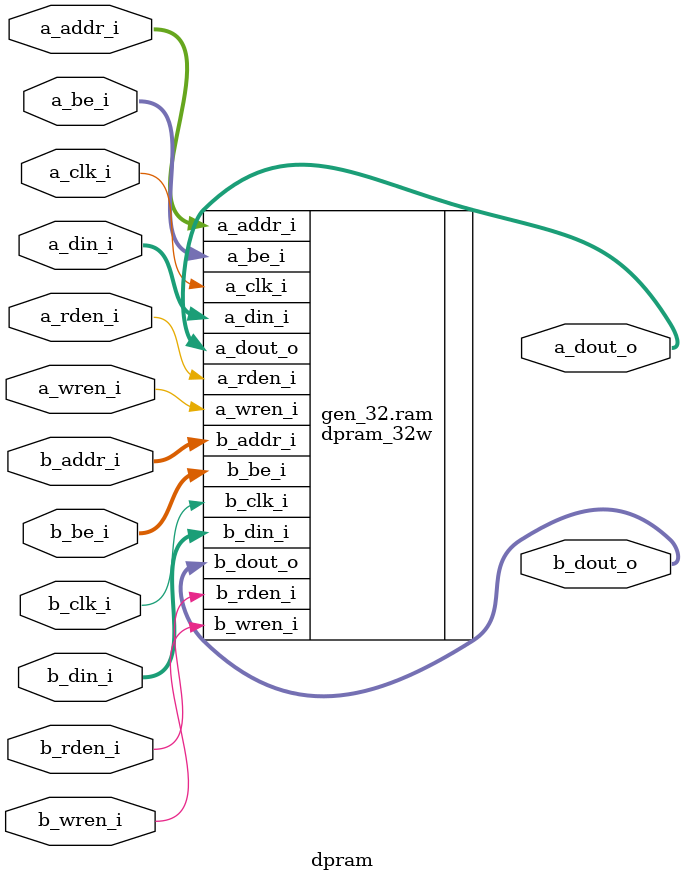
<source format=sv>
/*!
********************************************************************************
\file       dpram.sv
\brief      Dual-Port RAM (simulation model + vendor-backed instantiation)

\author     Kawanami
\date       16/10/2025
\version    1.1

\details
  Educational dual-port RAM with two operating modes:

  - Simulation: a simple behavioral true dual-port RAM is used to mimic
    a real dual-port memory. The full memory array is exposed at the top
    SystemVerilog level (`mem_o`) for direct access from C++ testbenches
    (DPI / Verilator). This model favors clarity and simulation speed over strict
    hardware semantics and may exhibit multi-driver behavior in corner cases,
    so it is not suitable for synthesis.

  - Synthesis (MPFS Discovery Kit): this module instantiates either
    `dpram_64w.sv` or `dpram_32w.sv` to build a dual-port RAM from Microchip IPs,
    depending on `DataWidth`.

\section dpram_scope Scope and limitations
  - No collision handling is enforced between ports in the simulation variant; the
    vendor-backed variant should be used for implementation on FPGA.
  - Read and write latency is one cycle.
  - Byte-enable writes are supported on both ports.

\remarks
  - TODO: Improve the simulation variant to optionally instantiate a Microchip-like
          dual-port RAM wrapper (currently removed to speed up simulation).

\section dpram_version_history Version history
| Version | Date       | Author     | Description                               |
|:-------:|:----------:|:-----------|:------------------------------------------|
| 1.0     | 02/06/2025 | Kawanami   | Initial version of the module.            |
| 1.1     | 16/10/2025 | Kawanami   | Add RV64 support.<br>Update the whole file for coding style compliance.<br>Update the whole file comments for doxygen support. |
********************************************************************************
*/

module dpram #(
    /// Number of bits in a byte
    parameter int unsigned ByteLength = 8,
    /// Data bus width in bits (applies to core and AXI)
    parameter int unsigned DataWidth  = 32,
    /* verilator lint_off UNUSEDPARAM */
    /// Byte-Enable width
    parameter int unsigned BeWidth    = DataWidth / ByteLength,
    /* verilator lint_on UNUSEDPARAM */
    /// Number of `DataWidth` word storable in the RAM.
    parameter int unsigned Depth      = 1280,
    /// Address bus width in bits (applies to core and AXI)
    parameter int unsigned AddrWidth  = $clog2(Depth)

) (
`ifdef SIM
    /// (Simulation only) Exposes the RAM contents for testbenches
    output logic [      DataWidth-1:0] mem_o   [Depth],
`endif
    /// Port A clock
    input  logic                       a_clk_i,
    /// Port A address (word address in the 64-bit logical space)
    input  logic [AddrWidth   - 1 : 0] a_addr_i,
    /// Port A write data (64-bit)
    input  logic [DataWidth   - 1 : 0] a_din_i,
    /// Port A byte-enable (one bit per byte; 8 bits for 64-bit data)
    input  logic [DataWidth/8 - 1 : 0] a_be_i,
    /// Port A write enable (1 = write)
    input  logic                       a_wren_i,
    /// Port A read enable  (1 = read)
    input  logic                       a_rden_i,
    /// Port A read data (registered, 1-cycle latency)
    output logic [DataWidth   - 1 : 0] a_dout_o,
    /// Port B clock
    input  logic                       b_clk_i,
    /// Port B address (word address in the 64-bit logical space)
    input  logic [AddrWidth   - 1 : 0] b_addr_i,
    /// Port B write data (64-bit)
    input  logic [DataWidth   - 1 : 0] b_din_i,
    /// Port B byte-enable (one bit per byte; 8 bits for 64-bit data)
    input  logic [DataWidth/8 - 1 : 0] b_be_i,
    /// Port B write enable (1 = write)
    input  logic                       b_wren_i,
    /// Port B read enable  (1 = read)
    input  logic                       b_rden_i,
    /// Port B read data (registered, 1-cycle latency)
    output logic [DataWidth   - 1 : 0] b_dout_o
);

`ifdef SIM

  /******************** DECLARATION ********************/
  /* parameters verification */

  /* local parameters */

  /* machine states */

  /* functions */

  /* wires */

  /* registers */
  /// Registered read address for port A (held when `a_rden_i`=`0`)
  reg   [AddrWidth -1:0] a_addr_i_q;
  /// Registered read address for port B (held when `b_rden_i`=`0`)
  reg   [AddrWidth -1:0] b_addr_i_q;
  /* verilator lint_off MULTIDRIVEN */
  /// memory array
  logic [ DataWidth-1:0] mem        [Depth];
  /* verilator lint_on MULTIDRIVEN */

  /********************             ********************/

  /// Port A memory access logic.
  /*!
  * - Writes: per-byte using `a_be_i`; active when `a_wren_i`=`1`.
  * - Reads : capture address when `a_rden_i`=`1`; output is `mem[a_addr_i_q]`.
  */
  always_ff @(posedge a_clk_i) begin : port_a_ctrl
    if (a_wren_i) begin
      for (int i = 0; i < BeWidth; i++) begin
        if (a_be_i[i]) mem[a_addr_i][i*ByteLength+:ByteLength] <= a_din_i[i*ByteLength+:ByteLength];
      end
    end
    else if (a_rden_i) begin
      a_addr_i_q <= a_addr_i;
    end
  end

  /// Output driven by port_a_ctrl
  assign a_dout_o = mem[a_addr_i_q];



  /// Port B memory access logic.
  /*!
  * - Writes: per-byte using `b_be_i`; active when `b_wren_i`=`1`.
  * - Reads : capture address when `b_rden_i`=`1`; output is `mem[b_addr_i_q]`.
  */
  always_ff @(posedge b_clk_i) begin : port_b_ctrl
    if (b_wren_i) begin
      for (int i = 0; i < BeWidth; i++) begin
        if (b_be_i[i]) mem[b_addr_i][i*ByteLength+:ByteLength] <= b_din_i[i*ByteLength+:ByteLength];
      end
    end
    else if (b_rden_i) begin
      b_addr_i_q <= b_addr_i;
    end
  end

  /// Output driven by port_a_ctrl
  assign b_dout_o = mem[b_addr_i_q];


  /// memory exposure for simulation (DPI/Verilator access).
  assign mem_o    = mem;


`else

  /// MPFS DISCOVERY KIT memory generation
  /*!
  * This block generates either a 32-bit or a 64-bit Depth
  * memory depending on `DataWidth`.
  * To generate the a 32-bit memory, the `dpram_32w` module
  * is instanciated.
  * To generate the a 64-bit memory, the `dpram_64w` module
  * is instanciated.
  */
  generate
    if (DataWidth == 32) begin : gen_32
      dpram_32w #(
          .Depth(Depth)
      ) ram (
`ifdef SIM
          .mem_o   (mem_o),
`endif
          .a_clk_i (a_clk_i),
          .a_addr_i(a_addr_i),
          .a_din_i (a_din_i),
          .a_be_i  (a_be_i),
          .a_wren_i(a_wren_i),
          .a_rden_i(a_rden_i),
          .a_dout_o(a_dout_o),
          .b_clk_i (b_clk_i),
          .b_addr_i(b_addr_i),
          .b_din_i (b_din_i),
          .b_be_i  (b_be_i),
          .b_wren_i(b_wren_i),
          .b_rden_i(b_rden_i),
          .b_dout_o(b_dout_o)
      );
    end
    else begin : gen_64
      dpram_64w #(
          .Depth(Depth)
      ) ram (
`ifdef SIM
          .mem_o   (mem_o),
`endif
          .a_clk_i (a_clk_i),
          .a_addr_i(a_addr_i),
          .a_din_i (a_din_i),
          .a_be_i  (a_be_i),
          .a_wren_i(a_wren_i),
          .a_rden_i(a_rden_i),
          .a_dout_o(a_dout_o),
          .b_clk_i (b_clk_i),
          .b_addr_i(b_addr_i),
          .b_din_i (b_din_i),
          .b_be_i  (b_be_i),
          .b_wren_i(b_wren_i),
          .b_rden_i(b_rden_i),
          .b_dout_o(b_dout_o)
      );
    end
  endgenerate

`endif


endmodule

</source>
